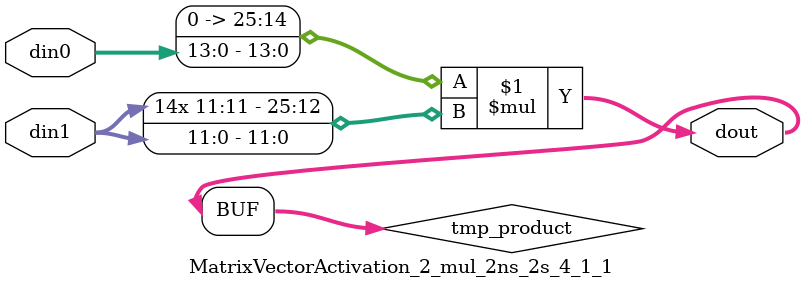
<source format=v>

`timescale 1 ns / 1 ps

  (* use_dsp = "no" *)  module MatrixVectorActivation_2_mul_2ns_2s_4_1_1(din0, din1, dout);
parameter ID = 1;
parameter NUM_STAGE = 0;
parameter din0_WIDTH = 14;
parameter din1_WIDTH = 12;
parameter dout_WIDTH = 26;

input [din0_WIDTH - 1 : 0] din0; 
input [din1_WIDTH - 1 : 0] din1; 
output [dout_WIDTH - 1 : 0] dout;

wire signed [dout_WIDTH - 1 : 0] tmp_product;











assign tmp_product = $signed({1'b0, din0}) * $signed(din1);










assign dout = tmp_product;







endmodule

</source>
